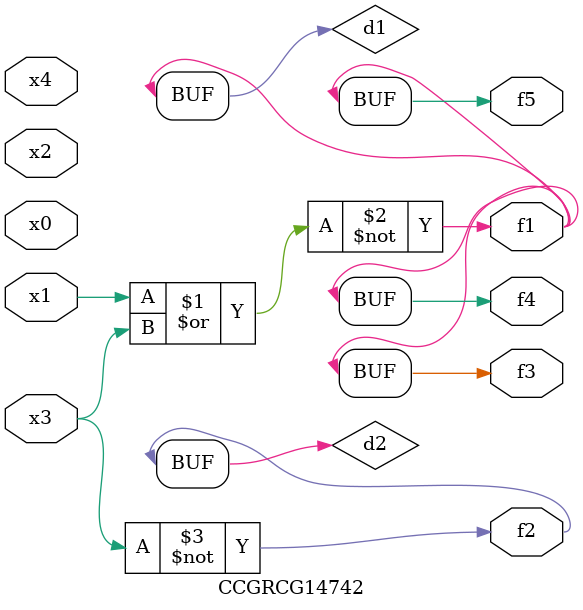
<source format=v>
module CCGRCG14742(
	input x0, x1, x2, x3, x4,
	output f1, f2, f3, f4, f5
);

	wire d1, d2;

	nor (d1, x1, x3);
	not (d2, x3);
	assign f1 = d1;
	assign f2 = d2;
	assign f3 = d1;
	assign f4 = d1;
	assign f5 = d1;
endmodule

</source>
